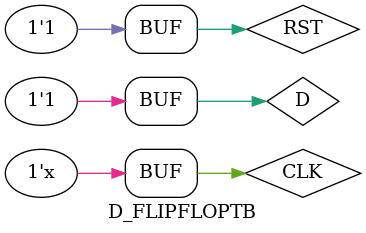
<source format=v>
`timescale 1ns / 1ps


module D_FLIPFLOPTB;  
    reg CLK;  
    reg D;  
    reg RST;  
    wire Q;
     
  
D_FLIPFLOP uut( .d(D),.rst(RST),.clk(CLK),.q(Q));
 
      initial begin  
        CLK <= 0;    
        D <= 0;  
        RST <= 0;  
        end 
  always #50 CLK = ~CLK;
    initial 
    begin 
    
    RST=0;D=0;
    #200
    RST=0;D=1;
    #200
    RST=1;D=0;
    #200
    RST=1;D=1;
    
    end
    
    
   
       
      
endmodule 

</source>
